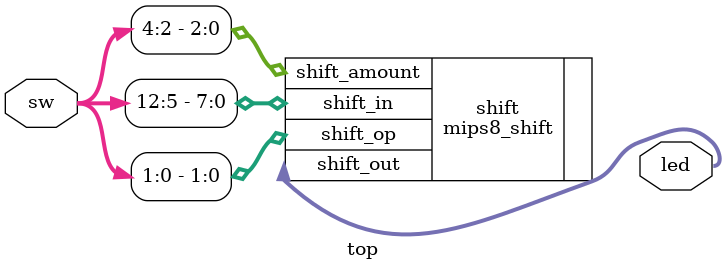
<source format=v>
`timescale 1ns / 1ps

module top(
    input [12:0] sw,
    output [7:0] led
    );
    
    mips8_shift shift (
        .shift_in(sw[12:5]),
        .shift_amount(sw[4:2]),
        .shift_op(sw[1:0]),
        .shift_out(led)
    );
endmodule

</source>
